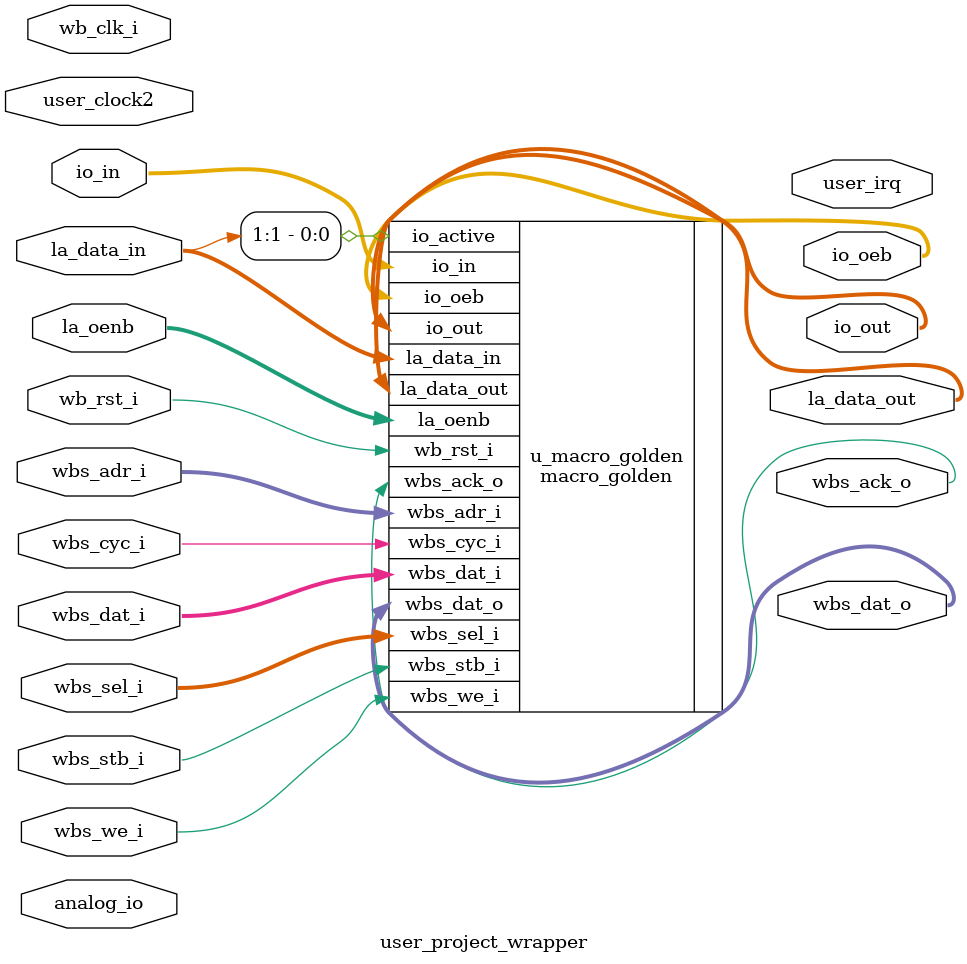
<source format=v>
module user_project_wrapper (user_clock2,
    wb_clk_i,
    wb_rst_i,
    wbs_ack_o,
    wbs_cyc_i,
    wbs_stb_i,
    wbs_we_i,
    analog_io,
    io_in,
    io_oeb,
    io_out,
    la_data_in,
    la_data_out,
    la_oenb,
    user_irq,
    wbs_adr_i,
    wbs_dat_i,
    wbs_dat_o,
    wbs_sel_i);
 input user_clock2;
 input wb_clk_i;
 input wb_rst_i;
 output wbs_ack_o;
 input wbs_cyc_i;
 input wbs_stb_i;
 input wbs_we_i;
 inout [28:0] analog_io;
 input [37:0] io_in;
 output [37:0] io_oeb;
 output [37:0] io_out;
 input [127:0] la_data_in;
 output [127:0] la_data_out;
 input [127:0] la_oenb;
 output [2:0] user_irq;
 input [31:0] wbs_adr_i;
 input [31:0] wbs_dat_i;
 output [31:0] wbs_dat_o;
 input [3:0] wbs_sel_i;


 macro_golden u_macro_golden (.io_active(la_data_in[1]),
    .wb_rst_i(wb_rst_i),
    .wbs_ack_o(wbs_ack_o),
    .wbs_cyc_i(wbs_cyc_i),
    .wbs_stb_i(wbs_stb_i),
    .wbs_we_i(wbs_we_i),
    .io_in({io_in[37],
    io_in[36],
    io_in[35],
    io_in[34],
    io_in[33],
    io_in[32],
    io_in[31],
    io_in[30],
    io_in[29],
    io_in[28],
    io_in[27],
    io_in[26],
    io_in[25],
    io_in[24],
    io_in[23],
    io_in[22],
    io_in[21],
    io_in[20],
    io_in[19],
    io_in[18],
    io_in[17],
    io_in[16],
    io_in[15],
    io_in[14],
    io_in[13],
    io_in[12],
    io_in[11],
    io_in[10],
    io_in[9],
    io_in[8],
    io_in[7],
    io_in[6],
    io_in[5],
    io_in[4],
    io_in[3],
    io_in[2],
    io_in[1],
    io_in[0]}),
    .io_oeb({io_oeb[37],
    io_oeb[36],
    io_oeb[35],
    io_oeb[34],
    io_oeb[33],
    io_oeb[32],
    io_oeb[31],
    io_oeb[30],
    io_oeb[29],
    io_oeb[28],
    io_oeb[27],
    io_oeb[26],
    io_oeb[25],
    io_oeb[24],
    io_oeb[23],
    io_oeb[22],
    io_oeb[21],
    io_oeb[20],
    io_oeb[19],
    io_oeb[18],
    io_oeb[17],
    io_oeb[16],
    io_oeb[15],
    io_oeb[14],
    io_oeb[13],
    io_oeb[12],
    io_oeb[11],
    io_oeb[10],
    io_oeb[9],
    io_oeb[8],
    io_oeb[7],
    io_oeb[6],
    io_oeb[5],
    io_oeb[4],
    io_oeb[3],
    io_oeb[2],
    io_oeb[1],
    io_oeb[0]}),
    .io_out({io_out[37],
    io_out[36],
    io_out[35],
    io_out[34],
    io_out[33],
    io_out[32],
    io_out[31],
    io_out[30],
    io_out[29],
    io_out[28],
    io_out[27],
    io_out[26],
    io_out[25],
    io_out[24],
    io_out[23],
    io_out[22],
    io_out[21],
    io_out[20],
    io_out[19],
    io_out[18],
    io_out[17],
    io_out[16],
    io_out[15],
    io_out[14],
    io_out[13],
    io_out[12],
    io_out[11],
    io_out[10],
    io_out[9],
    io_out[8],
    io_out[7],
    io_out[6],
    io_out[5],
    io_out[4],
    io_out[3],
    io_out[2],
    io_out[1],
    io_out[0]}),
    .la_data_in({la_data_in[127],
    la_data_in[126],
    la_data_in[125],
    la_data_in[124],
    la_data_in[123],
    la_data_in[122],
    la_data_in[121],
    la_data_in[120],
    la_data_in[119],
    la_data_in[118],
    la_data_in[117],
    la_data_in[116],
    la_data_in[115],
    la_data_in[114],
    la_data_in[113],
    la_data_in[112],
    la_data_in[111],
    la_data_in[110],
    la_data_in[109],
    la_data_in[108],
    la_data_in[107],
    la_data_in[106],
    la_data_in[105],
    la_data_in[104],
    la_data_in[103],
    la_data_in[102],
    la_data_in[101],
    la_data_in[100],
    la_data_in[99],
    la_data_in[98],
    la_data_in[97],
    la_data_in[96],
    la_data_in[95],
    la_data_in[94],
    la_data_in[93],
    la_data_in[92],
    la_data_in[91],
    la_data_in[90],
    la_data_in[89],
    la_data_in[88],
    la_data_in[87],
    la_data_in[86],
    la_data_in[85],
    la_data_in[84],
    la_data_in[83],
    la_data_in[82],
    la_data_in[81],
    la_data_in[80],
    la_data_in[79],
    la_data_in[78],
    la_data_in[77],
    la_data_in[76],
    la_data_in[75],
    la_data_in[74],
    la_data_in[73],
    la_data_in[72],
    la_data_in[71],
    la_data_in[70],
    la_data_in[69],
    la_data_in[68],
    la_data_in[67],
    la_data_in[66],
    la_data_in[65],
    la_data_in[64],
    la_data_in[63],
    la_data_in[62],
    la_data_in[61],
    la_data_in[60],
    la_data_in[59],
    la_data_in[58],
    la_data_in[57],
    la_data_in[56],
    la_data_in[55],
    la_data_in[54],
    la_data_in[53],
    la_data_in[52],
    la_data_in[51],
    la_data_in[50],
    la_data_in[49],
    la_data_in[48],
    la_data_in[47],
    la_data_in[46],
    la_data_in[45],
    la_data_in[44],
    la_data_in[43],
    la_data_in[42],
    la_data_in[41],
    la_data_in[40],
    la_data_in[39],
    la_data_in[38],
    la_data_in[37],
    la_data_in[36],
    la_data_in[35],
    la_data_in[34],
    la_data_in[33],
    la_data_in[32],
    la_data_in[31],
    la_data_in[30],
    la_data_in[29],
    la_data_in[28],
    la_data_in[27],
    la_data_in[26],
    la_data_in[25],
    la_data_in[24],
    la_data_in[23],
    la_data_in[22],
    la_data_in[21],
    la_data_in[20],
    la_data_in[19],
    la_data_in[18],
    la_data_in[17],
    la_data_in[16],
    la_data_in[15],
    la_data_in[14],
    la_data_in[13],
    la_data_in[12],
    la_data_in[11],
    la_data_in[10],
    la_data_in[9],
    la_data_in[8],
    la_data_in[7],
    la_data_in[6],
    la_data_in[5],
    la_data_in[4],
    la_data_in[3],
    la_data_in[2],
    la_data_in[1],
    la_data_in[0]}),
    .la_data_out({la_data_out[127],
    la_data_out[126],
    la_data_out[125],
    la_data_out[124],
    la_data_out[123],
    la_data_out[122],
    la_data_out[121],
    la_data_out[120],
    la_data_out[119],
    la_data_out[118],
    la_data_out[117],
    la_data_out[116],
    la_data_out[115],
    la_data_out[114],
    la_data_out[113],
    la_data_out[112],
    la_data_out[111],
    la_data_out[110],
    la_data_out[109],
    la_data_out[108],
    la_data_out[107],
    la_data_out[106],
    la_data_out[105],
    la_data_out[104],
    la_data_out[103],
    la_data_out[102],
    la_data_out[101],
    la_data_out[100],
    la_data_out[99],
    la_data_out[98],
    la_data_out[97],
    la_data_out[96],
    la_data_out[95],
    la_data_out[94],
    la_data_out[93],
    la_data_out[92],
    la_data_out[91],
    la_data_out[90],
    la_data_out[89],
    la_data_out[88],
    la_data_out[87],
    la_data_out[86],
    la_data_out[85],
    la_data_out[84],
    la_data_out[83],
    la_data_out[82],
    la_data_out[81],
    la_data_out[80],
    la_data_out[79],
    la_data_out[78],
    la_data_out[77],
    la_data_out[76],
    la_data_out[75],
    la_data_out[74],
    la_data_out[73],
    la_data_out[72],
    la_data_out[71],
    la_data_out[70],
    la_data_out[69],
    la_data_out[68],
    la_data_out[67],
    la_data_out[66],
    la_data_out[65],
    la_data_out[64],
    la_data_out[63],
    la_data_out[62],
    la_data_out[61],
    la_data_out[60],
    la_data_out[59],
    la_data_out[58],
    la_data_out[57],
    la_data_out[56],
    la_data_out[55],
    la_data_out[54],
    la_data_out[53],
    la_data_out[52],
    la_data_out[51],
    la_data_out[50],
    la_data_out[49],
    la_data_out[48],
    la_data_out[47],
    la_data_out[46],
    la_data_out[45],
    la_data_out[44],
    la_data_out[43],
    la_data_out[42],
    la_data_out[41],
    la_data_out[40],
    la_data_out[39],
    la_data_out[38],
    la_data_out[37],
    la_data_out[36],
    la_data_out[35],
    la_data_out[34],
    la_data_out[33],
    la_data_out[32],
    la_data_out[31],
    la_data_out[30],
    la_data_out[29],
    la_data_out[28],
    la_data_out[27],
    la_data_out[26],
    la_data_out[25],
    la_data_out[24],
    la_data_out[23],
    la_data_out[22],
    la_data_out[21],
    la_data_out[20],
    la_data_out[19],
    la_data_out[18],
    la_data_out[17],
    la_data_out[16],
    la_data_out[15],
    la_data_out[14],
    la_data_out[13],
    la_data_out[12],
    la_data_out[11],
    la_data_out[10],
    la_data_out[9],
    la_data_out[8],
    la_data_out[7],
    la_data_out[6],
    la_data_out[5],
    la_data_out[4],
    la_data_out[3],
    la_data_out[2],
    la_data_out[1],
    la_data_out[0]}),
    .la_oenb({la_oenb[127],
    la_oenb[126],
    la_oenb[125],
    la_oenb[124],
    la_oenb[123],
    la_oenb[122],
    la_oenb[121],
    la_oenb[120],
    la_oenb[119],
    la_oenb[118],
    la_oenb[117],
    la_oenb[116],
    la_oenb[115],
    la_oenb[114],
    la_oenb[113],
    la_oenb[112],
    la_oenb[111],
    la_oenb[110],
    la_oenb[109],
    la_oenb[108],
    la_oenb[107],
    la_oenb[106],
    la_oenb[105],
    la_oenb[104],
    la_oenb[103],
    la_oenb[102],
    la_oenb[101],
    la_oenb[100],
    la_oenb[99],
    la_oenb[98],
    la_oenb[97],
    la_oenb[96],
    la_oenb[95],
    la_oenb[94],
    la_oenb[93],
    la_oenb[92],
    la_oenb[91],
    la_oenb[90],
    la_oenb[89],
    la_oenb[88],
    la_oenb[87],
    la_oenb[86],
    la_oenb[85],
    la_oenb[84],
    la_oenb[83],
    la_oenb[82],
    la_oenb[81],
    la_oenb[80],
    la_oenb[79],
    la_oenb[78],
    la_oenb[77],
    la_oenb[76],
    la_oenb[75],
    la_oenb[74],
    la_oenb[73],
    la_oenb[72],
    la_oenb[71],
    la_oenb[70],
    la_oenb[69],
    la_oenb[68],
    la_oenb[67],
    la_oenb[66],
    la_oenb[65],
    la_oenb[64],
    la_oenb[63],
    la_oenb[62],
    la_oenb[61],
    la_oenb[60],
    la_oenb[59],
    la_oenb[58],
    la_oenb[57],
    la_oenb[56],
    la_oenb[55],
    la_oenb[54],
    la_oenb[53],
    la_oenb[52],
    la_oenb[51],
    la_oenb[50],
    la_oenb[49],
    la_oenb[48],
    la_oenb[47],
    la_oenb[46],
    la_oenb[45],
    la_oenb[44],
    la_oenb[43],
    la_oenb[42],
    la_oenb[41],
    la_oenb[40],
    la_oenb[39],
    la_oenb[38],
    la_oenb[37],
    la_oenb[36],
    la_oenb[35],
    la_oenb[34],
    la_oenb[33],
    la_oenb[32],
    la_oenb[31],
    la_oenb[30],
    la_oenb[29],
    la_oenb[28],
    la_oenb[27],
    la_oenb[26],
    la_oenb[25],
    la_oenb[24],
    la_oenb[23],
    la_oenb[22],
    la_oenb[21],
    la_oenb[20],
    la_oenb[19],
    la_oenb[18],
    la_oenb[17],
    la_oenb[16],
    la_oenb[15],
    la_oenb[14],
    la_oenb[13],
    la_oenb[12],
    la_oenb[11],
    la_oenb[10],
    la_oenb[9],
    la_oenb[8],
    la_oenb[7],
    la_oenb[6],
    la_oenb[5],
    la_oenb[4],
    la_oenb[3],
    la_oenb[2],
    la_oenb[1],
    la_oenb[0]}),
    .wbs_adr_i({wbs_adr_i[31],
    wbs_adr_i[30],
    wbs_adr_i[29],
    wbs_adr_i[28],
    wbs_adr_i[27],
    wbs_adr_i[26],
    wbs_adr_i[25],
    wbs_adr_i[24],
    wbs_adr_i[23],
    wbs_adr_i[22],
    wbs_adr_i[21],
    wbs_adr_i[20],
    wbs_adr_i[19],
    wbs_adr_i[18],
    wbs_adr_i[17],
    wbs_adr_i[16],
    wbs_adr_i[15],
    wbs_adr_i[14],
    wbs_adr_i[13],
    wbs_adr_i[12],
    wbs_adr_i[11],
    wbs_adr_i[10],
    wbs_adr_i[9],
    wbs_adr_i[8],
    wbs_adr_i[7],
    wbs_adr_i[6],
    wbs_adr_i[5],
    wbs_adr_i[4],
    wbs_adr_i[3],
    wbs_adr_i[2],
    wbs_adr_i[1],
    wbs_adr_i[0]}),
    .wbs_dat_i({wbs_dat_i[31],
    wbs_dat_i[30],
    wbs_dat_i[29],
    wbs_dat_i[28],
    wbs_dat_i[27],
    wbs_dat_i[26],
    wbs_dat_i[25],
    wbs_dat_i[24],
    wbs_dat_i[23],
    wbs_dat_i[22],
    wbs_dat_i[21],
    wbs_dat_i[20],
    wbs_dat_i[19],
    wbs_dat_i[18],
    wbs_dat_i[17],
    wbs_dat_i[16],
    wbs_dat_i[15],
    wbs_dat_i[14],
    wbs_dat_i[13],
    wbs_dat_i[12],
    wbs_dat_i[11],
    wbs_dat_i[10],
    wbs_dat_i[9],
    wbs_dat_i[8],
    wbs_dat_i[7],
    wbs_dat_i[6],
    wbs_dat_i[5],
    wbs_dat_i[4],
    wbs_dat_i[3],
    wbs_dat_i[2],
    wbs_dat_i[1],
    wbs_dat_i[0]}),
    .wbs_dat_o({wbs_dat_o[31],
    wbs_dat_o[30],
    wbs_dat_o[29],
    wbs_dat_o[28],
    wbs_dat_o[27],
    wbs_dat_o[26],
    wbs_dat_o[25],
    wbs_dat_o[24],
    wbs_dat_o[23],
    wbs_dat_o[22],
    wbs_dat_o[21],
    wbs_dat_o[20],
    wbs_dat_o[19],
    wbs_dat_o[18],
    wbs_dat_o[17],
    wbs_dat_o[16],
    wbs_dat_o[15],
    wbs_dat_o[14],
    wbs_dat_o[13],
    wbs_dat_o[12],
    wbs_dat_o[11],
    wbs_dat_o[10],
    wbs_dat_o[9],
    wbs_dat_o[8],
    wbs_dat_o[7],
    wbs_dat_o[6],
    wbs_dat_o[5],
    wbs_dat_o[4],
    wbs_dat_o[3],
    wbs_dat_o[2],
    wbs_dat_o[1],
    wbs_dat_o[0]}),
    .wbs_sel_i({wbs_sel_i[3],
    wbs_sel_i[2],
    wbs_sel_i[1],
    wbs_sel_i[0]}));
endmodule


</source>
